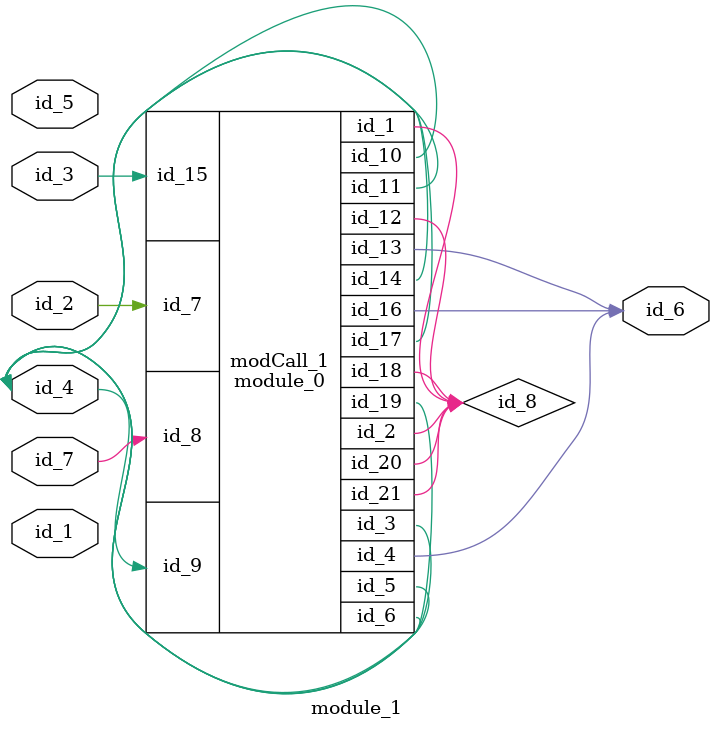
<source format=v>
module module_0 (
    id_1,
    id_2,
    id_3,
    id_4,
    id_5,
    id_6,
    id_7,
    id_8,
    id_9,
    id_10,
    id_11,
    id_12,
    id_13,
    id_14,
    id_15,
    id_16,
    id_17,
    id_18,
    id_19,
    id_20,
    id_21
);
  inout wire id_21;
  inout wire id_20;
  inout wire id_19;
  output wire id_18;
  output wire id_17;
  output wire id_16;
  input wire id_15;
  inout wire id_14;
  output wire id_13;
  inout wire id_12;
  output wire id_11;
  inout wire id_10;
  input wire id_9;
  input wire id_8;
  input wire id_7;
  inout wire id_6;
  output wire id_5;
  output wire id_4;
  inout wire id_3;
  inout wire id_2;
  output wire id_1;
  wire id_22;
  wire id_23;
endmodule
module module_1 (
    id_1,
    id_2,
    id_3,
    id_4,
    id_5,
    id_6,
    id_7
);
  input wire id_7;
  output wire id_6;
  input wire id_5;
  inout wire id_4;
  input wire id_3;
  input wire id_2;
  input wire id_1;
  wire id_8;
  module_0 modCall_1 (
      id_8,
      id_8,
      id_4,
      id_6,
      id_4,
      id_4,
      id_2,
      id_7,
      id_4,
      id_4,
      id_4,
      id_8,
      id_6,
      id_4,
      id_3,
      id_6,
      id_4,
      id_8,
      id_4,
      id_8,
      id_8
  );
endmodule

</source>
